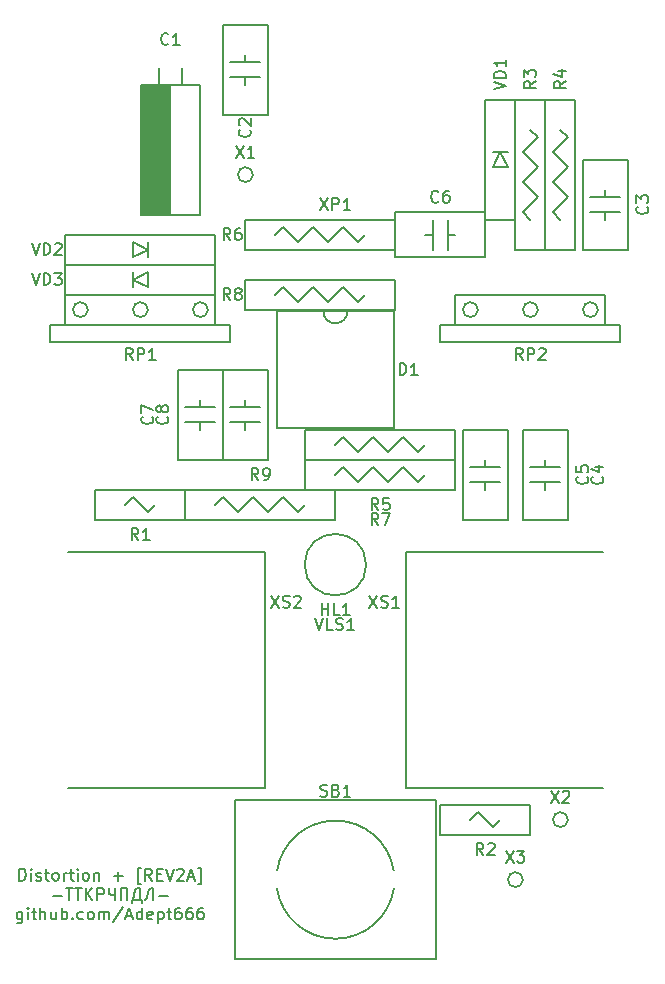
<source format=gbr>
G04 #@! TF.GenerationSoftware,KiCad,Pcbnew,5.1.6-c6e7f7d~87~ubuntu19.10.1*
G04 #@! TF.CreationDate,2021-07-04T18:41:33+06:00*
G04 #@! TF.ProjectId,distortion_+_r2a,64697374-6f72-4746-996f-6e5f2b5f7232,2A*
G04 #@! TF.SameCoordinates,Original*
G04 #@! TF.FileFunction,Legend,Top*
G04 #@! TF.FilePolarity,Positive*
%FSLAX46Y46*%
G04 Gerber Fmt 4.6, Leading zero omitted, Abs format (unit mm)*
G04 Created by KiCad (PCBNEW 5.1.6-c6e7f7d~87~ubuntu19.10.1) date 2021-07-04 18:41:33*
%MOMM*%
%LPD*%
G01*
G04 APERTURE LIST*
%ADD10C,0.150000*%
%ADD11C,0.200000*%
G04 APERTURE END LIST*
D10*
X78645714Y-167712380D02*
X78645714Y-166712380D01*
X78883809Y-166712380D01*
X79026666Y-166760000D01*
X79121904Y-166855238D01*
X79169523Y-166950476D01*
X79217142Y-167140952D01*
X79217142Y-167283809D01*
X79169523Y-167474285D01*
X79121904Y-167569523D01*
X79026666Y-167664761D01*
X78883809Y-167712380D01*
X78645714Y-167712380D01*
X79645714Y-167712380D02*
X79645714Y-167045714D01*
X79645714Y-166712380D02*
X79598095Y-166760000D01*
X79645714Y-166807619D01*
X79693333Y-166760000D01*
X79645714Y-166712380D01*
X79645714Y-166807619D01*
X80074285Y-167664761D02*
X80169523Y-167712380D01*
X80360000Y-167712380D01*
X80455238Y-167664761D01*
X80502857Y-167569523D01*
X80502857Y-167521904D01*
X80455238Y-167426666D01*
X80360000Y-167379047D01*
X80217142Y-167379047D01*
X80121904Y-167331428D01*
X80074285Y-167236190D01*
X80074285Y-167188571D01*
X80121904Y-167093333D01*
X80217142Y-167045714D01*
X80360000Y-167045714D01*
X80455238Y-167093333D01*
X80788571Y-167045714D02*
X81169523Y-167045714D01*
X80931428Y-166712380D02*
X80931428Y-167569523D01*
X80979047Y-167664761D01*
X81074285Y-167712380D01*
X81169523Y-167712380D01*
X81645714Y-167712380D02*
X81550476Y-167664761D01*
X81502857Y-167617142D01*
X81455238Y-167521904D01*
X81455238Y-167236190D01*
X81502857Y-167140952D01*
X81550476Y-167093333D01*
X81645714Y-167045714D01*
X81788571Y-167045714D01*
X81883809Y-167093333D01*
X81931428Y-167140952D01*
X81979047Y-167236190D01*
X81979047Y-167521904D01*
X81931428Y-167617142D01*
X81883809Y-167664761D01*
X81788571Y-167712380D01*
X81645714Y-167712380D01*
X82407619Y-167712380D02*
X82407619Y-167045714D01*
X82407619Y-167236190D02*
X82455238Y-167140952D01*
X82502857Y-167093333D01*
X82598095Y-167045714D01*
X82693333Y-167045714D01*
X82883809Y-167045714D02*
X83264761Y-167045714D01*
X83026666Y-166712380D02*
X83026666Y-167569523D01*
X83074285Y-167664761D01*
X83169523Y-167712380D01*
X83264761Y-167712380D01*
X83598095Y-167712380D02*
X83598095Y-167045714D01*
X83598095Y-166712380D02*
X83550476Y-166760000D01*
X83598095Y-166807619D01*
X83645714Y-166760000D01*
X83598095Y-166712380D01*
X83598095Y-166807619D01*
X84217142Y-167712380D02*
X84121904Y-167664761D01*
X84074285Y-167617142D01*
X84026666Y-167521904D01*
X84026666Y-167236190D01*
X84074285Y-167140952D01*
X84121904Y-167093333D01*
X84217142Y-167045714D01*
X84360000Y-167045714D01*
X84455238Y-167093333D01*
X84502857Y-167140952D01*
X84550476Y-167236190D01*
X84550476Y-167521904D01*
X84502857Y-167617142D01*
X84455238Y-167664761D01*
X84360000Y-167712380D01*
X84217142Y-167712380D01*
X84979047Y-167045714D02*
X84979047Y-167712380D01*
X84979047Y-167140952D02*
X85026666Y-167093333D01*
X85121904Y-167045714D01*
X85264761Y-167045714D01*
X85360000Y-167093333D01*
X85407619Y-167188571D01*
X85407619Y-167712380D01*
X86645714Y-167331428D02*
X87407619Y-167331428D01*
X87026666Y-167712380D02*
X87026666Y-166950476D01*
X88931428Y-168045714D02*
X88693333Y-168045714D01*
X88693333Y-166617142D01*
X88931428Y-166617142D01*
X89883809Y-167712380D02*
X89550476Y-167236190D01*
X89312380Y-167712380D02*
X89312380Y-166712380D01*
X89693333Y-166712380D01*
X89788571Y-166760000D01*
X89836190Y-166807619D01*
X89883809Y-166902857D01*
X89883809Y-167045714D01*
X89836190Y-167140952D01*
X89788571Y-167188571D01*
X89693333Y-167236190D01*
X89312380Y-167236190D01*
X90312380Y-167188571D02*
X90645714Y-167188571D01*
X90788571Y-167712380D02*
X90312380Y-167712380D01*
X90312380Y-166712380D01*
X90788571Y-166712380D01*
X91074285Y-166712380D02*
X91407619Y-167712380D01*
X91740952Y-166712380D01*
X92026666Y-166807619D02*
X92074285Y-166760000D01*
X92169523Y-166712380D01*
X92407619Y-166712380D01*
X92502857Y-166760000D01*
X92550476Y-166807619D01*
X92598095Y-166902857D01*
X92598095Y-166998095D01*
X92550476Y-167140952D01*
X91979047Y-167712380D01*
X92598095Y-167712380D01*
X92979047Y-167426666D02*
X93455238Y-167426666D01*
X92883809Y-167712380D02*
X93217142Y-166712380D01*
X93550476Y-167712380D01*
X93788571Y-168045714D02*
X94026666Y-168045714D01*
X94026666Y-166617142D01*
X93788571Y-166617142D01*
X81502857Y-168981428D02*
X82264761Y-168981428D01*
X82598095Y-168362380D02*
X83169523Y-168362380D01*
X82883809Y-169362380D02*
X82883809Y-168362380D01*
X83360000Y-168362380D02*
X83931428Y-168362380D01*
X83645714Y-169362380D02*
X83645714Y-168362380D01*
X84264761Y-169362380D02*
X84264761Y-168362380D01*
X84836190Y-169362380D02*
X84407619Y-168790952D01*
X84836190Y-168362380D02*
X84264761Y-168933809D01*
X85264761Y-169362380D02*
X85264761Y-168362380D01*
X85645714Y-168362380D01*
X85740952Y-168410000D01*
X85788571Y-168457619D01*
X85836190Y-168552857D01*
X85836190Y-168695714D01*
X85788571Y-168790952D01*
X85740952Y-168838571D01*
X85645714Y-168886190D01*
X85264761Y-168886190D01*
X86740952Y-168362380D02*
X86740952Y-169362380D01*
X86217142Y-168362380D02*
X86217142Y-168743333D01*
X86264761Y-168838571D01*
X86312380Y-168886190D01*
X86407619Y-168933809D01*
X86740952Y-168933809D01*
X87217142Y-169362380D02*
X87217142Y-168362380D01*
X87788571Y-168362380D01*
X87788571Y-169362380D01*
X89026666Y-169600476D02*
X89026666Y-169362380D01*
X88169523Y-169362380D01*
X88169523Y-169600476D01*
X88836190Y-169362380D02*
X88836190Y-168362380D01*
X88598095Y-168362380D01*
X88502857Y-168410000D01*
X88455238Y-168457619D01*
X88407619Y-168552857D01*
X88312380Y-169362380D01*
X89979047Y-169362380D02*
X89979047Y-168362380D01*
X89836190Y-168362380D01*
X89693333Y-168410000D01*
X89598095Y-168505238D01*
X89550476Y-168648095D01*
X89455238Y-169219523D01*
X89407619Y-169314761D01*
X89312380Y-169362380D01*
X89264761Y-169362380D01*
X90455238Y-168981428D02*
X91217142Y-168981428D01*
X78907619Y-170345714D02*
X78907619Y-171155238D01*
X78860000Y-171250476D01*
X78812380Y-171298095D01*
X78717142Y-171345714D01*
X78574285Y-171345714D01*
X78479047Y-171298095D01*
X78907619Y-170964761D02*
X78812380Y-171012380D01*
X78621904Y-171012380D01*
X78526666Y-170964761D01*
X78479047Y-170917142D01*
X78431428Y-170821904D01*
X78431428Y-170536190D01*
X78479047Y-170440952D01*
X78526666Y-170393333D01*
X78621904Y-170345714D01*
X78812380Y-170345714D01*
X78907619Y-170393333D01*
X79383809Y-171012380D02*
X79383809Y-170345714D01*
X79383809Y-170012380D02*
X79336190Y-170060000D01*
X79383809Y-170107619D01*
X79431428Y-170060000D01*
X79383809Y-170012380D01*
X79383809Y-170107619D01*
X79717142Y-170345714D02*
X80098095Y-170345714D01*
X79860000Y-170012380D02*
X79860000Y-170869523D01*
X79907619Y-170964761D01*
X80002857Y-171012380D01*
X80098095Y-171012380D01*
X80431428Y-171012380D02*
X80431428Y-170012380D01*
X80860000Y-171012380D02*
X80860000Y-170488571D01*
X80812380Y-170393333D01*
X80717142Y-170345714D01*
X80574285Y-170345714D01*
X80479047Y-170393333D01*
X80431428Y-170440952D01*
X81764761Y-170345714D02*
X81764761Y-171012380D01*
X81336190Y-170345714D02*
X81336190Y-170869523D01*
X81383809Y-170964761D01*
X81479047Y-171012380D01*
X81621904Y-171012380D01*
X81717142Y-170964761D01*
X81764761Y-170917142D01*
X82240952Y-171012380D02*
X82240952Y-170012380D01*
X82240952Y-170393333D02*
X82336190Y-170345714D01*
X82526666Y-170345714D01*
X82621904Y-170393333D01*
X82669523Y-170440952D01*
X82717142Y-170536190D01*
X82717142Y-170821904D01*
X82669523Y-170917142D01*
X82621904Y-170964761D01*
X82526666Y-171012380D01*
X82336190Y-171012380D01*
X82240952Y-170964761D01*
X83145714Y-170917142D02*
X83193333Y-170964761D01*
X83145714Y-171012380D01*
X83098095Y-170964761D01*
X83145714Y-170917142D01*
X83145714Y-171012380D01*
X84050476Y-170964761D02*
X83955238Y-171012380D01*
X83764761Y-171012380D01*
X83669523Y-170964761D01*
X83621904Y-170917142D01*
X83574285Y-170821904D01*
X83574285Y-170536190D01*
X83621904Y-170440952D01*
X83669523Y-170393333D01*
X83764761Y-170345714D01*
X83955238Y-170345714D01*
X84050476Y-170393333D01*
X84621904Y-171012380D02*
X84526666Y-170964761D01*
X84479047Y-170917142D01*
X84431428Y-170821904D01*
X84431428Y-170536190D01*
X84479047Y-170440952D01*
X84526666Y-170393333D01*
X84621904Y-170345714D01*
X84764761Y-170345714D01*
X84860000Y-170393333D01*
X84907619Y-170440952D01*
X84955238Y-170536190D01*
X84955238Y-170821904D01*
X84907619Y-170917142D01*
X84860000Y-170964761D01*
X84764761Y-171012380D01*
X84621904Y-171012380D01*
X85383809Y-171012380D02*
X85383809Y-170345714D01*
X85383809Y-170440952D02*
X85431428Y-170393333D01*
X85526666Y-170345714D01*
X85669523Y-170345714D01*
X85764761Y-170393333D01*
X85812380Y-170488571D01*
X85812380Y-171012380D01*
X85812380Y-170488571D02*
X85860000Y-170393333D01*
X85955238Y-170345714D01*
X86098095Y-170345714D01*
X86193333Y-170393333D01*
X86240952Y-170488571D01*
X86240952Y-171012380D01*
X87431428Y-169964761D02*
X86574285Y-171250476D01*
X87717142Y-170726666D02*
X88193333Y-170726666D01*
X87621904Y-171012380D02*
X87955238Y-170012380D01*
X88288571Y-171012380D01*
X89050476Y-171012380D02*
X89050476Y-170012380D01*
X89050476Y-170964761D02*
X88955238Y-171012380D01*
X88764761Y-171012380D01*
X88669523Y-170964761D01*
X88621904Y-170917142D01*
X88574285Y-170821904D01*
X88574285Y-170536190D01*
X88621904Y-170440952D01*
X88669523Y-170393333D01*
X88764761Y-170345714D01*
X88955238Y-170345714D01*
X89050476Y-170393333D01*
X89907619Y-170964761D02*
X89812380Y-171012380D01*
X89621904Y-171012380D01*
X89526666Y-170964761D01*
X89479047Y-170869523D01*
X89479047Y-170488571D01*
X89526666Y-170393333D01*
X89621904Y-170345714D01*
X89812380Y-170345714D01*
X89907619Y-170393333D01*
X89955238Y-170488571D01*
X89955238Y-170583809D01*
X89479047Y-170679047D01*
X90383809Y-170345714D02*
X90383809Y-171345714D01*
X90383809Y-170393333D02*
X90479047Y-170345714D01*
X90669523Y-170345714D01*
X90764761Y-170393333D01*
X90812380Y-170440952D01*
X90860000Y-170536190D01*
X90860000Y-170821904D01*
X90812380Y-170917142D01*
X90764761Y-170964761D01*
X90669523Y-171012380D01*
X90479047Y-171012380D01*
X90383809Y-170964761D01*
X91145714Y-170345714D02*
X91526666Y-170345714D01*
X91288571Y-170012380D02*
X91288571Y-170869523D01*
X91336190Y-170964761D01*
X91431428Y-171012380D01*
X91526666Y-171012380D01*
X92288571Y-170012380D02*
X92098095Y-170012380D01*
X92002857Y-170060000D01*
X91955238Y-170107619D01*
X91860000Y-170250476D01*
X91812380Y-170440952D01*
X91812380Y-170821904D01*
X91860000Y-170917142D01*
X91907619Y-170964761D01*
X92002857Y-171012380D01*
X92193333Y-171012380D01*
X92288571Y-170964761D01*
X92336190Y-170917142D01*
X92383809Y-170821904D01*
X92383809Y-170583809D01*
X92336190Y-170488571D01*
X92288571Y-170440952D01*
X92193333Y-170393333D01*
X92002857Y-170393333D01*
X91907619Y-170440952D01*
X91860000Y-170488571D01*
X91812380Y-170583809D01*
X93240952Y-170012380D02*
X93050476Y-170012380D01*
X92955238Y-170060000D01*
X92907619Y-170107619D01*
X92812380Y-170250476D01*
X92764761Y-170440952D01*
X92764761Y-170821904D01*
X92812380Y-170917142D01*
X92860000Y-170964761D01*
X92955238Y-171012380D01*
X93145714Y-171012380D01*
X93240952Y-170964761D01*
X93288571Y-170917142D01*
X93336190Y-170821904D01*
X93336190Y-170583809D01*
X93288571Y-170488571D01*
X93240952Y-170440952D01*
X93145714Y-170393333D01*
X92955238Y-170393333D01*
X92860000Y-170440952D01*
X92812380Y-170488571D01*
X92764761Y-170583809D01*
X94193333Y-170012380D02*
X94002857Y-170012380D01*
X93907619Y-170060000D01*
X93860000Y-170107619D01*
X93764761Y-170250476D01*
X93717142Y-170440952D01*
X93717142Y-170821904D01*
X93764761Y-170917142D01*
X93812380Y-170964761D01*
X93907619Y-171012380D01*
X94098095Y-171012380D01*
X94193333Y-170964761D01*
X94240952Y-170917142D01*
X94288571Y-170821904D01*
X94288571Y-170583809D01*
X94240952Y-170488571D01*
X94193333Y-170440952D01*
X94098095Y-170393333D01*
X93907619Y-170393333D01*
X93812380Y-170440952D01*
X93764761Y-170488571D01*
X93717142Y-170583809D01*
D11*
X127635000Y-119380000D02*
G75*
G03*
X127635000Y-119380000I-635000J0D01*
G01*
X122555000Y-119380000D02*
G75*
G03*
X122555000Y-119380000I-635000J0D01*
G01*
X117475000Y-119380000D02*
G75*
G03*
X117475000Y-119380000I-635000J0D01*
G01*
X129540000Y-120650000D02*
X129540000Y-122150000D01*
X114300000Y-120650000D02*
X114300000Y-122150000D01*
X128270000Y-118110000D02*
X128270000Y-120650000D01*
X115570000Y-118110000D02*
X115570000Y-120650000D01*
X114300000Y-122150000D02*
X129540000Y-122150000D01*
X114300000Y-120650000D02*
X129540000Y-120650000D01*
X115570000Y-118110000D02*
X128270000Y-118110000D01*
X94615000Y-119380000D02*
G75*
G03*
X94615000Y-119380000I-635000J0D01*
G01*
X89535000Y-119380000D02*
G75*
G03*
X89535000Y-119380000I-635000J0D01*
G01*
X84455000Y-119380000D02*
G75*
G03*
X84455000Y-119380000I-635000J0D01*
G01*
X96520000Y-120650000D02*
X96520000Y-122150000D01*
X81280000Y-120650000D02*
X81280000Y-122150000D01*
X95250000Y-118110000D02*
X95250000Y-120650000D01*
X82550000Y-118110000D02*
X82550000Y-120650000D01*
X81280000Y-122150000D02*
X96520000Y-122150000D01*
X81280000Y-120650000D02*
X96520000Y-120650000D01*
X82550000Y-118110000D02*
X95250000Y-118110000D01*
X118110000Y-111760000D02*
X118110000Y-101600000D01*
X120650000Y-111760000D02*
X120650000Y-101600000D01*
X118110000Y-111760000D02*
X120650000Y-111760000D01*
X118110000Y-101600000D02*
X120650000Y-101600000D01*
X118745000Y-107315000D02*
X120015000Y-107315000D01*
X118745000Y-107315000D02*
X119380000Y-106045000D01*
X120015000Y-107315000D02*
X119380000Y-106045000D01*
X118745000Y-106045000D02*
X120015000Y-106045000D01*
X121285000Y-167640000D02*
G75*
G03*
X121285000Y-167640000I-635000J0D01*
G01*
X95250000Y-118110000D02*
X82550000Y-118110000D01*
X95250000Y-115570000D02*
X82550000Y-115570000D01*
X95250000Y-118110000D02*
X95250000Y-115570000D01*
X82550000Y-118110000D02*
X82550000Y-115570000D01*
X89535000Y-117475000D02*
X89535000Y-116205000D01*
X89535000Y-117475000D02*
X88265000Y-116840000D01*
X89535000Y-116205000D02*
X88265000Y-116840000D01*
X88265000Y-117475000D02*
X88265000Y-116205000D01*
X82550000Y-113030000D02*
X95250000Y-113030000D01*
X82550000Y-115570000D02*
X95250000Y-115570000D01*
X82550000Y-113030000D02*
X82550000Y-115570000D01*
X95250000Y-113030000D02*
X95250000Y-115570000D01*
X88265000Y-113665000D02*
X88265000Y-114935000D01*
X88265000Y-113665000D02*
X89535000Y-114300000D01*
X88265000Y-114935000D02*
X89535000Y-114300000D01*
X89535000Y-113665000D02*
X89535000Y-114935000D01*
X105410000Y-137160000D02*
X92710000Y-137160000D01*
X105410000Y-134620000D02*
X92710000Y-134620000D01*
X105410000Y-137160000D02*
X105410000Y-134620000D01*
X92710000Y-137160000D02*
X92710000Y-134620000D01*
X102870000Y-135890000D02*
X102235000Y-136525000D01*
X102235000Y-136525000D02*
X100965000Y-135255000D01*
X100965000Y-135255000D02*
X99695000Y-136525000D01*
X99695000Y-136525000D02*
X98425000Y-135255000D01*
X98425000Y-135255000D02*
X97155000Y-136525000D01*
X97155000Y-136525000D02*
X95885000Y-135255000D01*
X95885000Y-135255000D02*
X95250000Y-135890000D01*
X97790000Y-116840000D02*
X110490000Y-116840000D01*
X97790000Y-119380000D02*
X110490000Y-119380000D01*
X97790000Y-116840000D02*
X97790000Y-119380000D01*
X110490000Y-116840000D02*
X110490000Y-119380000D01*
X100330000Y-118110000D02*
X100965000Y-117475000D01*
X100965000Y-117475000D02*
X102235000Y-118745000D01*
X102235000Y-118745000D02*
X103505000Y-117475000D01*
X103505000Y-117475000D02*
X104775000Y-118745000D01*
X104775000Y-118745000D02*
X106045000Y-117475000D01*
X106045000Y-117475000D02*
X107315000Y-118745000D01*
X107315000Y-118745000D02*
X107950000Y-118110000D01*
X102870000Y-132080000D02*
X115570000Y-132080000D01*
X102870000Y-134620000D02*
X115570000Y-134620000D01*
X102870000Y-132080000D02*
X102870000Y-134620000D01*
X115570000Y-132080000D02*
X115570000Y-134620000D01*
X105410000Y-133350000D02*
X106045000Y-132715000D01*
X106045000Y-132715000D02*
X107315000Y-133985000D01*
X107315000Y-133985000D02*
X108585000Y-132715000D01*
X108585000Y-132715000D02*
X109855000Y-133985000D01*
X109855000Y-133985000D02*
X111125000Y-132715000D01*
X111125000Y-132715000D02*
X112395000Y-133985000D01*
X112395000Y-133985000D02*
X113030000Y-133350000D01*
X110490000Y-114300000D02*
X97790000Y-114300000D01*
X110490000Y-111760000D02*
X97790000Y-111760000D01*
X110490000Y-114300000D02*
X110490000Y-111760000D01*
X97790000Y-114300000D02*
X97790000Y-111760000D01*
X107950000Y-113030000D02*
X107315000Y-113665000D01*
X107315000Y-113665000D02*
X106045000Y-112395000D01*
X106045000Y-112395000D02*
X104775000Y-113665000D01*
X104775000Y-113665000D02*
X103505000Y-112395000D01*
X103505000Y-112395000D02*
X102235000Y-113665000D01*
X102235000Y-113665000D02*
X100965000Y-112395000D01*
X100965000Y-112395000D02*
X100330000Y-113030000D01*
X115570000Y-132080000D02*
X102870000Y-132080000D01*
X115570000Y-129540000D02*
X102870000Y-129540000D01*
X115570000Y-132080000D02*
X115570000Y-129540000D01*
X102870000Y-132080000D02*
X102870000Y-129540000D01*
X113030000Y-130810000D02*
X112395000Y-131445000D01*
X112395000Y-131445000D02*
X111125000Y-130175000D01*
X111125000Y-130175000D02*
X109855000Y-131445000D01*
X109855000Y-131445000D02*
X108585000Y-130175000D01*
X108585000Y-130175000D02*
X107315000Y-131445000D01*
X107315000Y-131445000D02*
X106045000Y-130175000D01*
X106045000Y-130175000D02*
X105410000Y-130810000D01*
X100457000Y-119507000D02*
X100457000Y-129413000D01*
X100457000Y-129413000D02*
X110363000Y-129413000D01*
X100457000Y-119507000D02*
X110363000Y-119507000D01*
X110363000Y-119507000D02*
X110363000Y-129413000D01*
X104394000Y-119507000D02*
G75*
G03*
X106426000Y-119507000I1016000J0D01*
G01*
X99695000Y-124460000D02*
X99695000Y-132080000D01*
X95885000Y-124460000D02*
X95885000Y-132080000D01*
X99695000Y-124460000D02*
X95885000Y-124460000D01*
X99695000Y-132080000D02*
X95885000Y-132080000D01*
X97790000Y-127000000D02*
X97790000Y-127635000D01*
X97790000Y-128905000D02*
X97790000Y-129540000D01*
X99060000Y-127635000D02*
X96520000Y-127635000D01*
X99060000Y-128905000D02*
X96520000Y-128905000D01*
X92075000Y-132080000D02*
X92075000Y-124460000D01*
X95885000Y-132080000D02*
X95885000Y-124460000D01*
X92075000Y-132080000D02*
X95885000Y-132080000D01*
X92075000Y-124460000D02*
X95885000Y-124460000D01*
X93980000Y-129540000D02*
X93980000Y-128905000D01*
X93980000Y-127635000D02*
X93980000Y-127000000D01*
X92710000Y-128905000D02*
X95250000Y-128905000D01*
X92710000Y-127635000D02*
X95250000Y-127635000D01*
X118110000Y-114935000D02*
X110490000Y-114935000D01*
X118110000Y-111125000D02*
X110490000Y-111125000D01*
X118110000Y-114935000D02*
X118110000Y-111125000D01*
X110490000Y-114935000D02*
X110490000Y-111125000D01*
X115570000Y-113030000D02*
X114935000Y-113030000D01*
X113665000Y-113030000D02*
X113030000Y-113030000D01*
X114935000Y-114300000D02*
X114935000Y-111760000D01*
X113665000Y-114300000D02*
X113665000Y-111760000D01*
X116205000Y-137160000D02*
X116205000Y-129540000D01*
X120015000Y-137160000D02*
X120015000Y-129540000D01*
X116205000Y-137160000D02*
X120015000Y-137160000D01*
X116205000Y-129540000D02*
X120015000Y-129540000D01*
X118110000Y-134620000D02*
X118110000Y-133985000D01*
X118110000Y-132715000D02*
X118110000Y-132080000D01*
X116840000Y-133985000D02*
X119380000Y-133985000D01*
X116840000Y-132715000D02*
X119380000Y-132715000D01*
X121285000Y-137160000D02*
X121285000Y-129540000D01*
X125095000Y-137160000D02*
X125095000Y-129540000D01*
X121285000Y-137160000D02*
X125095000Y-137160000D01*
X121285000Y-129540000D02*
X125095000Y-129540000D01*
X123190000Y-134620000D02*
X123190000Y-133985000D01*
X123190000Y-132715000D02*
X123190000Y-132080000D01*
X121920000Y-133985000D02*
X124460000Y-133985000D01*
X121920000Y-132715000D02*
X124460000Y-132715000D01*
X125730000Y-101600000D02*
X125730000Y-114300000D01*
X123190000Y-101600000D02*
X123190000Y-114300000D01*
X125730000Y-101600000D02*
X123190000Y-101600000D01*
X125730000Y-114300000D02*
X123190000Y-114300000D01*
X124460000Y-104140000D02*
X125095000Y-104775000D01*
X125095000Y-104775000D02*
X123825000Y-106045000D01*
X123825000Y-106045000D02*
X125095000Y-107315000D01*
X125095000Y-107315000D02*
X123825000Y-108585000D01*
X123825000Y-108585000D02*
X125095000Y-109855000D01*
X125095000Y-109855000D02*
X123825000Y-111125000D01*
X123825000Y-111125000D02*
X124460000Y-111760000D01*
X120650000Y-114300000D02*
X120650000Y-101600000D01*
X123190000Y-114300000D02*
X123190000Y-101600000D01*
X120650000Y-114300000D02*
X123190000Y-114300000D01*
X120650000Y-101600000D02*
X123190000Y-101600000D01*
X121920000Y-111760000D02*
X121285000Y-111125000D01*
X121285000Y-111125000D02*
X122555000Y-109855000D01*
X122555000Y-109855000D02*
X121285000Y-108585000D01*
X121285000Y-108585000D02*
X122555000Y-107315000D01*
X122555000Y-107315000D02*
X121285000Y-106045000D01*
X121285000Y-106045000D02*
X122555000Y-104775000D01*
X122555000Y-104775000D02*
X121920000Y-104140000D01*
X121920000Y-163830000D02*
X114300000Y-163830000D01*
X121920000Y-161290000D02*
X114300000Y-161290000D01*
X121920000Y-163830000D02*
X121920000Y-161290000D01*
X114300000Y-163830000D02*
X114300000Y-161290000D01*
X119380000Y-162560000D02*
X118745000Y-163195000D01*
X118745000Y-163195000D02*
X117475000Y-161925000D01*
X117475000Y-161925000D02*
X116840000Y-162560000D01*
X126365000Y-114300000D02*
X126365000Y-106680000D01*
X130175000Y-114300000D02*
X130175000Y-106680000D01*
X126365000Y-114300000D02*
X130175000Y-114300000D01*
X126365000Y-106680000D02*
X130175000Y-106680000D01*
X128270000Y-111760000D02*
X128270000Y-111125000D01*
X128270000Y-109855000D02*
X128270000Y-109220000D01*
X127000000Y-111125000D02*
X129540000Y-111125000D01*
X127000000Y-109855000D02*
X129540000Y-109855000D01*
X95885000Y-102870000D02*
X95885000Y-95250000D01*
X99695000Y-102870000D02*
X99695000Y-95250000D01*
X95885000Y-102870000D02*
X99695000Y-102870000D01*
X95885000Y-95250000D02*
X99695000Y-95250000D01*
X97790000Y-100330000D02*
X97790000Y-99695000D01*
X97790000Y-98425000D02*
X97790000Y-97790000D01*
X96520000Y-99695000D02*
X99060000Y-99695000D01*
X96520000Y-98425000D02*
X99060000Y-98425000D01*
X90440000Y-100330000D02*
X90440000Y-98933000D01*
X93940000Y-111330000D02*
X88940000Y-111330000D01*
X93940000Y-100330000D02*
X88940000Y-100330000D01*
X93940000Y-111330000D02*
X93940000Y-100330000D01*
X92440000Y-100330000D02*
X92440000Y-98933000D01*
X88940000Y-111330000D02*
X88940000Y-100330000D01*
G36*
X91440000Y-111252000D02*
G01*
X89027000Y-111252000D01*
X89027000Y-100330000D01*
X91440000Y-100330000D01*
X91440000Y-111252000D01*
G37*
X91440000Y-111252000D02*
X89027000Y-111252000D01*
X89027000Y-100330000D01*
X91440000Y-100330000D01*
X91440000Y-111252000D01*
X91440000Y-111330000D02*
X91440000Y-100330000D01*
X99440000Y-139860000D02*
X99440000Y-159860000D01*
X99440000Y-139860000D02*
X82740000Y-139860000D01*
X99440000Y-159860000D02*
X82740000Y-159860000D01*
X111380000Y-159860000D02*
X111380000Y-139860000D01*
X111380000Y-159860000D02*
X128080000Y-159860000D01*
X111380000Y-139860000D02*
X128080000Y-139860000D01*
X125095000Y-162560000D02*
G75*
G03*
X125095000Y-162560000I-635000J0D01*
G01*
X108010000Y-140970000D02*
G75*
G03*
X108010000Y-140970000I-2600000J0D01*
G01*
X85090000Y-134620000D02*
X92710000Y-134620000D01*
X85090000Y-137160000D02*
X92710000Y-137160000D01*
X85090000Y-134620000D02*
X85090000Y-137160000D01*
X92710000Y-134620000D02*
X92710000Y-137160000D01*
X87630000Y-135890000D02*
X88265000Y-135255000D01*
X88265000Y-135255000D02*
X89535000Y-136525000D01*
X89535000Y-136525000D02*
X90170000Y-135890000D01*
X98425000Y-107950000D02*
G75*
G03*
X98425000Y-107950000I-635000J0D01*
G01*
X113910000Y-160890000D02*
X113910000Y-174390000D01*
X96910000Y-160890000D02*
X96910000Y-174390000D01*
X96910000Y-174390000D02*
X113910000Y-174390000D01*
X96910000Y-160890000D02*
X113910000Y-160890000D01*
X110352469Y-166883696D02*
G75*
G03*
X105410000Y-162640000I-4942469J-756304D01*
G01*
X100468142Y-168400286D02*
G75*
G03*
X105410000Y-172640000I4941858J760286D01*
G01*
X110352469Y-168396304D02*
G75*
G02*
X105410000Y-172640000I-4942469J756304D01*
G01*
X100468142Y-166879714D02*
G75*
G02*
X105410000Y-162640000I4941858J-760286D01*
G01*
X121253333Y-123642380D02*
X120920000Y-123166190D01*
X120681904Y-123642380D02*
X120681904Y-122642380D01*
X121062857Y-122642380D01*
X121158095Y-122690000D01*
X121205714Y-122737619D01*
X121253333Y-122832857D01*
X121253333Y-122975714D01*
X121205714Y-123070952D01*
X121158095Y-123118571D01*
X121062857Y-123166190D01*
X120681904Y-123166190D01*
X121681904Y-123642380D02*
X121681904Y-122642380D01*
X122062857Y-122642380D01*
X122158095Y-122690000D01*
X122205714Y-122737619D01*
X122253333Y-122832857D01*
X122253333Y-122975714D01*
X122205714Y-123070952D01*
X122158095Y-123118571D01*
X122062857Y-123166190D01*
X121681904Y-123166190D01*
X122634285Y-122737619D02*
X122681904Y-122690000D01*
X122777142Y-122642380D01*
X123015238Y-122642380D01*
X123110476Y-122690000D01*
X123158095Y-122737619D01*
X123205714Y-122832857D01*
X123205714Y-122928095D01*
X123158095Y-123070952D01*
X122586666Y-123642380D01*
X123205714Y-123642380D01*
X88233333Y-123642380D02*
X87900000Y-123166190D01*
X87661904Y-123642380D02*
X87661904Y-122642380D01*
X88042857Y-122642380D01*
X88138095Y-122690000D01*
X88185714Y-122737619D01*
X88233333Y-122832857D01*
X88233333Y-122975714D01*
X88185714Y-123070952D01*
X88138095Y-123118571D01*
X88042857Y-123166190D01*
X87661904Y-123166190D01*
X88661904Y-123642380D02*
X88661904Y-122642380D01*
X89042857Y-122642380D01*
X89138095Y-122690000D01*
X89185714Y-122737619D01*
X89233333Y-122832857D01*
X89233333Y-122975714D01*
X89185714Y-123070952D01*
X89138095Y-123118571D01*
X89042857Y-123166190D01*
X88661904Y-123166190D01*
X90185714Y-123642380D02*
X89614285Y-123642380D01*
X89900000Y-123642380D02*
X89900000Y-122642380D01*
X89804761Y-122785238D01*
X89709523Y-122880476D01*
X89614285Y-122928095D01*
X118832380Y-100739761D02*
X119832380Y-100406428D01*
X118832380Y-100073095D01*
X119832380Y-99739761D02*
X118832380Y-99739761D01*
X118832380Y-99501666D01*
X118880000Y-99358809D01*
X118975238Y-99263571D01*
X119070476Y-99215952D01*
X119260952Y-99168333D01*
X119403809Y-99168333D01*
X119594285Y-99215952D01*
X119689523Y-99263571D01*
X119784761Y-99358809D01*
X119832380Y-99501666D01*
X119832380Y-99739761D01*
X119832380Y-98215952D02*
X119832380Y-98787380D01*
X119832380Y-98501666D02*
X118832380Y-98501666D01*
X118975238Y-98596904D01*
X119070476Y-98692142D01*
X119118095Y-98787380D01*
X119840476Y-165187380D02*
X120507142Y-166187380D01*
X120507142Y-165187380D02*
X119840476Y-166187380D01*
X120792857Y-165187380D02*
X121411904Y-165187380D01*
X121078571Y-165568333D01*
X121221428Y-165568333D01*
X121316666Y-165615952D01*
X121364285Y-165663571D01*
X121411904Y-165758809D01*
X121411904Y-165996904D01*
X121364285Y-166092142D01*
X121316666Y-166139761D01*
X121221428Y-166187380D01*
X120935714Y-166187380D01*
X120840476Y-166139761D01*
X120792857Y-166092142D01*
X79705714Y-116292380D02*
X80039047Y-117292380D01*
X80372380Y-116292380D01*
X80705714Y-117292380D02*
X80705714Y-116292380D01*
X80943809Y-116292380D01*
X81086666Y-116340000D01*
X81181904Y-116435238D01*
X81229523Y-116530476D01*
X81277142Y-116720952D01*
X81277142Y-116863809D01*
X81229523Y-117054285D01*
X81181904Y-117149523D01*
X81086666Y-117244761D01*
X80943809Y-117292380D01*
X80705714Y-117292380D01*
X81610476Y-116292380D02*
X82229523Y-116292380D01*
X81896190Y-116673333D01*
X82039047Y-116673333D01*
X82134285Y-116720952D01*
X82181904Y-116768571D01*
X82229523Y-116863809D01*
X82229523Y-117101904D01*
X82181904Y-117197142D01*
X82134285Y-117244761D01*
X82039047Y-117292380D01*
X81753333Y-117292380D01*
X81658095Y-117244761D01*
X81610476Y-117197142D01*
X79705714Y-113752380D02*
X80039047Y-114752380D01*
X80372380Y-113752380D01*
X80705714Y-114752380D02*
X80705714Y-113752380D01*
X80943809Y-113752380D01*
X81086666Y-113800000D01*
X81181904Y-113895238D01*
X81229523Y-113990476D01*
X81277142Y-114180952D01*
X81277142Y-114323809D01*
X81229523Y-114514285D01*
X81181904Y-114609523D01*
X81086666Y-114704761D01*
X80943809Y-114752380D01*
X80705714Y-114752380D01*
X81658095Y-113847619D02*
X81705714Y-113800000D01*
X81800952Y-113752380D01*
X82039047Y-113752380D01*
X82134285Y-113800000D01*
X82181904Y-113847619D01*
X82229523Y-113942857D01*
X82229523Y-114038095D01*
X82181904Y-114180952D01*
X81610476Y-114752380D01*
X82229523Y-114752380D01*
X98893333Y-133802380D02*
X98560000Y-133326190D01*
X98321904Y-133802380D02*
X98321904Y-132802380D01*
X98702857Y-132802380D01*
X98798095Y-132850000D01*
X98845714Y-132897619D01*
X98893333Y-132992857D01*
X98893333Y-133135714D01*
X98845714Y-133230952D01*
X98798095Y-133278571D01*
X98702857Y-133326190D01*
X98321904Y-133326190D01*
X99369523Y-133802380D02*
X99560000Y-133802380D01*
X99655238Y-133754761D01*
X99702857Y-133707142D01*
X99798095Y-133564285D01*
X99845714Y-133373809D01*
X99845714Y-132992857D01*
X99798095Y-132897619D01*
X99750476Y-132850000D01*
X99655238Y-132802380D01*
X99464761Y-132802380D01*
X99369523Y-132850000D01*
X99321904Y-132897619D01*
X99274285Y-132992857D01*
X99274285Y-133230952D01*
X99321904Y-133326190D01*
X99369523Y-133373809D01*
X99464761Y-133421428D01*
X99655238Y-133421428D01*
X99750476Y-133373809D01*
X99798095Y-133326190D01*
X99845714Y-133230952D01*
X96517142Y-118562380D02*
X96183809Y-118086190D01*
X95945714Y-118562380D02*
X95945714Y-117562380D01*
X96326666Y-117562380D01*
X96421904Y-117610000D01*
X96469523Y-117657619D01*
X96517142Y-117752857D01*
X96517142Y-117895714D01*
X96469523Y-117990952D01*
X96421904Y-118038571D01*
X96326666Y-118086190D01*
X95945714Y-118086190D01*
X97088571Y-117990952D02*
X96993333Y-117943333D01*
X96945714Y-117895714D01*
X96898095Y-117800476D01*
X96898095Y-117752857D01*
X96945714Y-117657619D01*
X96993333Y-117610000D01*
X97088571Y-117562380D01*
X97279047Y-117562380D01*
X97374285Y-117610000D01*
X97421904Y-117657619D01*
X97469523Y-117752857D01*
X97469523Y-117800476D01*
X97421904Y-117895714D01*
X97374285Y-117943333D01*
X97279047Y-117990952D01*
X97088571Y-117990952D01*
X96993333Y-118038571D01*
X96945714Y-118086190D01*
X96898095Y-118181428D01*
X96898095Y-118371904D01*
X96945714Y-118467142D01*
X96993333Y-118514761D01*
X97088571Y-118562380D01*
X97279047Y-118562380D01*
X97374285Y-118514761D01*
X97421904Y-118467142D01*
X97469523Y-118371904D01*
X97469523Y-118181428D01*
X97421904Y-118086190D01*
X97374285Y-118038571D01*
X97279047Y-117990952D01*
X109053333Y-137612380D02*
X108720000Y-137136190D01*
X108481904Y-137612380D02*
X108481904Y-136612380D01*
X108862857Y-136612380D01*
X108958095Y-136660000D01*
X109005714Y-136707619D01*
X109053333Y-136802857D01*
X109053333Y-136945714D01*
X109005714Y-137040952D01*
X108958095Y-137088571D01*
X108862857Y-137136190D01*
X108481904Y-137136190D01*
X109386666Y-136612380D02*
X110053333Y-136612380D01*
X109624761Y-137612380D01*
X96517142Y-113482380D02*
X96183809Y-113006190D01*
X95945714Y-113482380D02*
X95945714Y-112482380D01*
X96326666Y-112482380D01*
X96421904Y-112530000D01*
X96469523Y-112577619D01*
X96517142Y-112672857D01*
X96517142Y-112815714D01*
X96469523Y-112910952D01*
X96421904Y-112958571D01*
X96326666Y-113006190D01*
X95945714Y-113006190D01*
X97374285Y-112482380D02*
X97183809Y-112482380D01*
X97088571Y-112530000D01*
X97040952Y-112577619D01*
X96945714Y-112720476D01*
X96898095Y-112910952D01*
X96898095Y-113291904D01*
X96945714Y-113387142D01*
X96993333Y-113434761D01*
X97088571Y-113482380D01*
X97279047Y-113482380D01*
X97374285Y-113434761D01*
X97421904Y-113387142D01*
X97469523Y-113291904D01*
X97469523Y-113053809D01*
X97421904Y-112958571D01*
X97374285Y-112910952D01*
X97279047Y-112863333D01*
X97088571Y-112863333D01*
X96993333Y-112910952D01*
X96945714Y-112958571D01*
X96898095Y-113053809D01*
X109053333Y-136342380D02*
X108720000Y-135866190D01*
X108481904Y-136342380D02*
X108481904Y-135342380D01*
X108862857Y-135342380D01*
X108958095Y-135390000D01*
X109005714Y-135437619D01*
X109053333Y-135532857D01*
X109053333Y-135675714D01*
X109005714Y-135770952D01*
X108958095Y-135818571D01*
X108862857Y-135866190D01*
X108481904Y-135866190D01*
X109958095Y-135342380D02*
X109481904Y-135342380D01*
X109434285Y-135818571D01*
X109481904Y-135770952D01*
X109577142Y-135723333D01*
X109815238Y-135723333D01*
X109910476Y-135770952D01*
X109958095Y-135818571D01*
X110005714Y-135913809D01*
X110005714Y-136151904D01*
X109958095Y-136247142D01*
X109910476Y-136294761D01*
X109815238Y-136342380D01*
X109577142Y-136342380D01*
X109481904Y-136294761D01*
X109434285Y-136247142D01*
X110858095Y-124912380D02*
X110858095Y-123912380D01*
X111096190Y-123912380D01*
X111239047Y-123960000D01*
X111334285Y-124055238D01*
X111381904Y-124150476D01*
X111429523Y-124340952D01*
X111429523Y-124483809D01*
X111381904Y-124674285D01*
X111334285Y-124769523D01*
X111239047Y-124864761D01*
X111096190Y-124912380D01*
X110858095Y-124912380D01*
X112381904Y-124912380D02*
X111810476Y-124912380D01*
X112096190Y-124912380D02*
X112096190Y-123912380D01*
X112000952Y-124055238D01*
X111905714Y-124150476D01*
X111810476Y-124198095D01*
X91162142Y-128436666D02*
X91209761Y-128484285D01*
X91257380Y-128627142D01*
X91257380Y-128722380D01*
X91209761Y-128865238D01*
X91114523Y-128960476D01*
X91019285Y-129008095D01*
X90828809Y-129055714D01*
X90685952Y-129055714D01*
X90495476Y-129008095D01*
X90400238Y-128960476D01*
X90305000Y-128865238D01*
X90257380Y-128722380D01*
X90257380Y-128627142D01*
X90305000Y-128484285D01*
X90352619Y-128436666D01*
X90685952Y-127865238D02*
X90638333Y-127960476D01*
X90590714Y-128008095D01*
X90495476Y-128055714D01*
X90447857Y-128055714D01*
X90352619Y-128008095D01*
X90305000Y-127960476D01*
X90257380Y-127865238D01*
X90257380Y-127674761D01*
X90305000Y-127579523D01*
X90352619Y-127531904D01*
X90447857Y-127484285D01*
X90495476Y-127484285D01*
X90590714Y-127531904D01*
X90638333Y-127579523D01*
X90685952Y-127674761D01*
X90685952Y-127865238D01*
X90733571Y-127960476D01*
X90781190Y-128008095D01*
X90876428Y-128055714D01*
X91066904Y-128055714D01*
X91162142Y-128008095D01*
X91209761Y-127960476D01*
X91257380Y-127865238D01*
X91257380Y-127674761D01*
X91209761Y-127579523D01*
X91162142Y-127531904D01*
X91066904Y-127484285D01*
X90876428Y-127484285D01*
X90781190Y-127531904D01*
X90733571Y-127579523D01*
X90685952Y-127674761D01*
X89892142Y-128436666D02*
X89939761Y-128484285D01*
X89987380Y-128627142D01*
X89987380Y-128722380D01*
X89939761Y-128865238D01*
X89844523Y-128960476D01*
X89749285Y-129008095D01*
X89558809Y-129055714D01*
X89415952Y-129055714D01*
X89225476Y-129008095D01*
X89130238Y-128960476D01*
X89035000Y-128865238D01*
X88987380Y-128722380D01*
X88987380Y-128627142D01*
X89035000Y-128484285D01*
X89082619Y-128436666D01*
X88987380Y-128103333D02*
X88987380Y-127436666D01*
X89987380Y-127865238D01*
X114133333Y-110212142D02*
X114085714Y-110259761D01*
X113942857Y-110307380D01*
X113847619Y-110307380D01*
X113704761Y-110259761D01*
X113609523Y-110164523D01*
X113561904Y-110069285D01*
X113514285Y-109878809D01*
X113514285Y-109735952D01*
X113561904Y-109545476D01*
X113609523Y-109450238D01*
X113704761Y-109355000D01*
X113847619Y-109307380D01*
X113942857Y-109307380D01*
X114085714Y-109355000D01*
X114133333Y-109402619D01*
X114990476Y-109307380D02*
X114800000Y-109307380D01*
X114704761Y-109355000D01*
X114657142Y-109402619D01*
X114561904Y-109545476D01*
X114514285Y-109735952D01*
X114514285Y-110116904D01*
X114561904Y-110212142D01*
X114609523Y-110259761D01*
X114704761Y-110307380D01*
X114895238Y-110307380D01*
X114990476Y-110259761D01*
X115038095Y-110212142D01*
X115085714Y-110116904D01*
X115085714Y-109878809D01*
X115038095Y-109783571D01*
X114990476Y-109735952D01*
X114895238Y-109688333D01*
X114704761Y-109688333D01*
X114609523Y-109735952D01*
X114561904Y-109783571D01*
X114514285Y-109878809D01*
X126722142Y-133516666D02*
X126769761Y-133564285D01*
X126817380Y-133707142D01*
X126817380Y-133802380D01*
X126769761Y-133945238D01*
X126674523Y-134040476D01*
X126579285Y-134088095D01*
X126388809Y-134135714D01*
X126245952Y-134135714D01*
X126055476Y-134088095D01*
X125960238Y-134040476D01*
X125865000Y-133945238D01*
X125817380Y-133802380D01*
X125817380Y-133707142D01*
X125865000Y-133564285D01*
X125912619Y-133516666D01*
X125817380Y-132611904D02*
X125817380Y-133088095D01*
X126293571Y-133135714D01*
X126245952Y-133088095D01*
X126198333Y-132992857D01*
X126198333Y-132754761D01*
X126245952Y-132659523D01*
X126293571Y-132611904D01*
X126388809Y-132564285D01*
X126626904Y-132564285D01*
X126722142Y-132611904D01*
X126769761Y-132659523D01*
X126817380Y-132754761D01*
X126817380Y-132992857D01*
X126769761Y-133088095D01*
X126722142Y-133135714D01*
X127992142Y-133516666D02*
X128039761Y-133564285D01*
X128087380Y-133707142D01*
X128087380Y-133802380D01*
X128039761Y-133945238D01*
X127944523Y-134040476D01*
X127849285Y-134088095D01*
X127658809Y-134135714D01*
X127515952Y-134135714D01*
X127325476Y-134088095D01*
X127230238Y-134040476D01*
X127135000Y-133945238D01*
X127087380Y-133802380D01*
X127087380Y-133707142D01*
X127135000Y-133564285D01*
X127182619Y-133516666D01*
X127420714Y-132659523D02*
X128087380Y-132659523D01*
X127039761Y-132897619D02*
X127754047Y-133135714D01*
X127754047Y-132516666D01*
X124912380Y-100025476D02*
X124436190Y-100358809D01*
X124912380Y-100596904D02*
X123912380Y-100596904D01*
X123912380Y-100215952D01*
X123960000Y-100120714D01*
X124007619Y-100073095D01*
X124102857Y-100025476D01*
X124245714Y-100025476D01*
X124340952Y-100073095D01*
X124388571Y-100120714D01*
X124436190Y-100215952D01*
X124436190Y-100596904D01*
X124245714Y-99168333D02*
X124912380Y-99168333D01*
X123864761Y-99406428D02*
X124579047Y-99644523D01*
X124579047Y-99025476D01*
X122372380Y-100025476D02*
X121896190Y-100358809D01*
X122372380Y-100596904D02*
X121372380Y-100596904D01*
X121372380Y-100215952D01*
X121420000Y-100120714D01*
X121467619Y-100073095D01*
X121562857Y-100025476D01*
X121705714Y-100025476D01*
X121800952Y-100073095D01*
X121848571Y-100120714D01*
X121896190Y-100215952D01*
X121896190Y-100596904D01*
X121372380Y-99692142D02*
X121372380Y-99073095D01*
X121753333Y-99406428D01*
X121753333Y-99263571D01*
X121800952Y-99168333D01*
X121848571Y-99120714D01*
X121943809Y-99073095D01*
X122181904Y-99073095D01*
X122277142Y-99120714D01*
X122324761Y-99168333D01*
X122372380Y-99263571D01*
X122372380Y-99549285D01*
X122324761Y-99644523D01*
X122277142Y-99692142D01*
X117943333Y-165552380D02*
X117610000Y-165076190D01*
X117371904Y-165552380D02*
X117371904Y-164552380D01*
X117752857Y-164552380D01*
X117848095Y-164600000D01*
X117895714Y-164647619D01*
X117943333Y-164742857D01*
X117943333Y-164885714D01*
X117895714Y-164980952D01*
X117848095Y-165028571D01*
X117752857Y-165076190D01*
X117371904Y-165076190D01*
X118324285Y-164647619D02*
X118371904Y-164600000D01*
X118467142Y-164552380D01*
X118705238Y-164552380D01*
X118800476Y-164600000D01*
X118848095Y-164647619D01*
X118895714Y-164742857D01*
X118895714Y-164838095D01*
X118848095Y-164980952D01*
X118276666Y-165552380D01*
X118895714Y-165552380D01*
X131802142Y-110656666D02*
X131849761Y-110704285D01*
X131897380Y-110847142D01*
X131897380Y-110942380D01*
X131849761Y-111085238D01*
X131754523Y-111180476D01*
X131659285Y-111228095D01*
X131468809Y-111275714D01*
X131325952Y-111275714D01*
X131135476Y-111228095D01*
X131040238Y-111180476D01*
X130945000Y-111085238D01*
X130897380Y-110942380D01*
X130897380Y-110847142D01*
X130945000Y-110704285D01*
X130992619Y-110656666D01*
X130897380Y-110323333D02*
X130897380Y-109704285D01*
X131278333Y-110037619D01*
X131278333Y-109894761D01*
X131325952Y-109799523D01*
X131373571Y-109751904D01*
X131468809Y-109704285D01*
X131706904Y-109704285D01*
X131802142Y-109751904D01*
X131849761Y-109799523D01*
X131897380Y-109894761D01*
X131897380Y-110180476D01*
X131849761Y-110275714D01*
X131802142Y-110323333D01*
X98147142Y-104142857D02*
X98194761Y-104190476D01*
X98242380Y-104333333D01*
X98242380Y-104428571D01*
X98194761Y-104571428D01*
X98099523Y-104666666D01*
X98004285Y-104714285D01*
X97813809Y-104761904D01*
X97670952Y-104761904D01*
X97480476Y-104714285D01*
X97385238Y-104666666D01*
X97290000Y-104571428D01*
X97242380Y-104428571D01*
X97242380Y-104333333D01*
X97290000Y-104190476D01*
X97337619Y-104142857D01*
X97337619Y-103761904D02*
X97290000Y-103714285D01*
X97242380Y-103619047D01*
X97242380Y-103380952D01*
X97290000Y-103285714D01*
X97337619Y-103238095D01*
X97432857Y-103190476D01*
X97528095Y-103190476D01*
X97670952Y-103238095D01*
X98242380Y-103809523D01*
X98242380Y-103190476D01*
X91273333Y-96877142D02*
X91225714Y-96924761D01*
X91082857Y-96972380D01*
X90987619Y-96972380D01*
X90844761Y-96924761D01*
X90749523Y-96829523D01*
X90701904Y-96734285D01*
X90654285Y-96543809D01*
X90654285Y-96400952D01*
X90701904Y-96210476D01*
X90749523Y-96115238D01*
X90844761Y-96020000D01*
X90987619Y-95972380D01*
X91082857Y-95972380D01*
X91225714Y-96020000D01*
X91273333Y-96067619D01*
X92225714Y-96972380D02*
X91654285Y-96972380D01*
X91940000Y-96972380D02*
X91940000Y-95972380D01*
X91844761Y-96115238D01*
X91749523Y-96210476D01*
X91654285Y-96258095D01*
X104100476Y-109942380D02*
X104767142Y-110942380D01*
X104767142Y-109942380D02*
X104100476Y-110942380D01*
X105148095Y-110942380D02*
X105148095Y-109942380D01*
X105529047Y-109942380D01*
X105624285Y-109990000D01*
X105671904Y-110037619D01*
X105719523Y-110132857D01*
X105719523Y-110275714D01*
X105671904Y-110370952D01*
X105624285Y-110418571D01*
X105529047Y-110466190D01*
X105148095Y-110466190D01*
X106671904Y-110942380D02*
X106100476Y-110942380D01*
X106386190Y-110942380D02*
X106386190Y-109942380D01*
X106290952Y-110085238D01*
X106195714Y-110180476D01*
X106100476Y-110228095D01*
X99967857Y-143597380D02*
X100634523Y-144597380D01*
X100634523Y-143597380D02*
X99967857Y-144597380D01*
X100967857Y-144549761D02*
X101110714Y-144597380D01*
X101348809Y-144597380D01*
X101444047Y-144549761D01*
X101491666Y-144502142D01*
X101539285Y-144406904D01*
X101539285Y-144311666D01*
X101491666Y-144216428D01*
X101444047Y-144168809D01*
X101348809Y-144121190D01*
X101158333Y-144073571D01*
X101063095Y-144025952D01*
X101015476Y-143978333D01*
X100967857Y-143883095D01*
X100967857Y-143787857D01*
X101015476Y-143692619D01*
X101063095Y-143645000D01*
X101158333Y-143597380D01*
X101396428Y-143597380D01*
X101539285Y-143645000D01*
X101920238Y-143692619D02*
X101967857Y-143645000D01*
X102063095Y-143597380D01*
X102301190Y-143597380D01*
X102396428Y-143645000D01*
X102444047Y-143692619D01*
X102491666Y-143787857D01*
X102491666Y-143883095D01*
X102444047Y-144025952D01*
X101872619Y-144597380D01*
X102491666Y-144597380D01*
X108280714Y-143597380D02*
X108947380Y-144597380D01*
X108947380Y-143597380D02*
X108280714Y-144597380D01*
X109280714Y-144549761D02*
X109423571Y-144597380D01*
X109661666Y-144597380D01*
X109756904Y-144549761D01*
X109804523Y-144502142D01*
X109852142Y-144406904D01*
X109852142Y-144311666D01*
X109804523Y-144216428D01*
X109756904Y-144168809D01*
X109661666Y-144121190D01*
X109471190Y-144073571D01*
X109375952Y-144025952D01*
X109328333Y-143978333D01*
X109280714Y-143883095D01*
X109280714Y-143787857D01*
X109328333Y-143692619D01*
X109375952Y-143645000D01*
X109471190Y-143597380D01*
X109709285Y-143597380D01*
X109852142Y-143645000D01*
X110804523Y-144597380D02*
X110233095Y-144597380D01*
X110518809Y-144597380D02*
X110518809Y-143597380D01*
X110423571Y-143740238D01*
X110328333Y-143835476D01*
X110233095Y-143883095D01*
X123650476Y-160107380D02*
X124317142Y-161107380D01*
X124317142Y-160107380D02*
X123650476Y-161107380D01*
X124650476Y-160202619D02*
X124698095Y-160155000D01*
X124793333Y-160107380D01*
X125031428Y-160107380D01*
X125126666Y-160155000D01*
X125174285Y-160202619D01*
X125221904Y-160297857D01*
X125221904Y-160393095D01*
X125174285Y-160535952D01*
X124602857Y-161107380D01*
X125221904Y-161107380D01*
X103719523Y-145502380D02*
X104052857Y-146502380D01*
X104386190Y-145502380D01*
X105195714Y-146502380D02*
X104719523Y-146502380D01*
X104719523Y-145502380D01*
X105481428Y-146454761D02*
X105624285Y-146502380D01*
X105862380Y-146502380D01*
X105957619Y-146454761D01*
X106005238Y-146407142D01*
X106052857Y-146311904D01*
X106052857Y-146216666D01*
X106005238Y-146121428D01*
X105957619Y-146073809D01*
X105862380Y-146026190D01*
X105671904Y-145978571D01*
X105576666Y-145930952D01*
X105529047Y-145883333D01*
X105481428Y-145788095D01*
X105481428Y-145692857D01*
X105529047Y-145597619D01*
X105576666Y-145550000D01*
X105671904Y-145502380D01*
X105910000Y-145502380D01*
X106052857Y-145550000D01*
X107005238Y-146502380D02*
X106433809Y-146502380D01*
X106719523Y-146502380D02*
X106719523Y-145502380D01*
X106624285Y-145645238D01*
X106529047Y-145740476D01*
X106433809Y-145788095D01*
X88733333Y-138882380D02*
X88400000Y-138406190D01*
X88161904Y-138882380D02*
X88161904Y-137882380D01*
X88542857Y-137882380D01*
X88638095Y-137930000D01*
X88685714Y-137977619D01*
X88733333Y-138072857D01*
X88733333Y-138215714D01*
X88685714Y-138310952D01*
X88638095Y-138358571D01*
X88542857Y-138406190D01*
X88161904Y-138406190D01*
X89685714Y-138882380D02*
X89114285Y-138882380D01*
X89400000Y-138882380D02*
X89400000Y-137882380D01*
X89304761Y-138025238D01*
X89209523Y-138120476D01*
X89114285Y-138168095D01*
X104243333Y-145232380D02*
X104243333Y-144232380D01*
X104243333Y-144708571D02*
X104814761Y-144708571D01*
X104814761Y-145232380D02*
X104814761Y-144232380D01*
X105767142Y-145232380D02*
X105290952Y-145232380D01*
X105290952Y-144232380D01*
X106624285Y-145232380D02*
X106052857Y-145232380D01*
X106338571Y-145232380D02*
X106338571Y-144232380D01*
X106243333Y-144375238D01*
X106148095Y-144470476D01*
X106052857Y-144518095D01*
X96980476Y-105497380D02*
X97647142Y-106497380D01*
X97647142Y-105497380D02*
X96980476Y-106497380D01*
X98551904Y-106497380D02*
X97980476Y-106497380D01*
X98266190Y-106497380D02*
X98266190Y-105497380D01*
X98170952Y-105640238D01*
X98075714Y-105735476D01*
X97980476Y-105783095D01*
X104148095Y-160551761D02*
X104290952Y-160599380D01*
X104529047Y-160599380D01*
X104624285Y-160551761D01*
X104671904Y-160504142D01*
X104719523Y-160408904D01*
X104719523Y-160313666D01*
X104671904Y-160218428D01*
X104624285Y-160170809D01*
X104529047Y-160123190D01*
X104338571Y-160075571D01*
X104243333Y-160027952D01*
X104195714Y-159980333D01*
X104148095Y-159885095D01*
X104148095Y-159789857D01*
X104195714Y-159694619D01*
X104243333Y-159647000D01*
X104338571Y-159599380D01*
X104576666Y-159599380D01*
X104719523Y-159647000D01*
X105481428Y-160075571D02*
X105624285Y-160123190D01*
X105671904Y-160170809D01*
X105719523Y-160266047D01*
X105719523Y-160408904D01*
X105671904Y-160504142D01*
X105624285Y-160551761D01*
X105529047Y-160599380D01*
X105148095Y-160599380D01*
X105148095Y-159599380D01*
X105481428Y-159599380D01*
X105576666Y-159647000D01*
X105624285Y-159694619D01*
X105671904Y-159789857D01*
X105671904Y-159885095D01*
X105624285Y-159980333D01*
X105576666Y-160027952D01*
X105481428Y-160075571D01*
X105148095Y-160075571D01*
X106671904Y-160599380D02*
X106100476Y-160599380D01*
X106386190Y-160599380D02*
X106386190Y-159599380D01*
X106290952Y-159742238D01*
X106195714Y-159837476D01*
X106100476Y-159885095D01*
M02*

</source>
